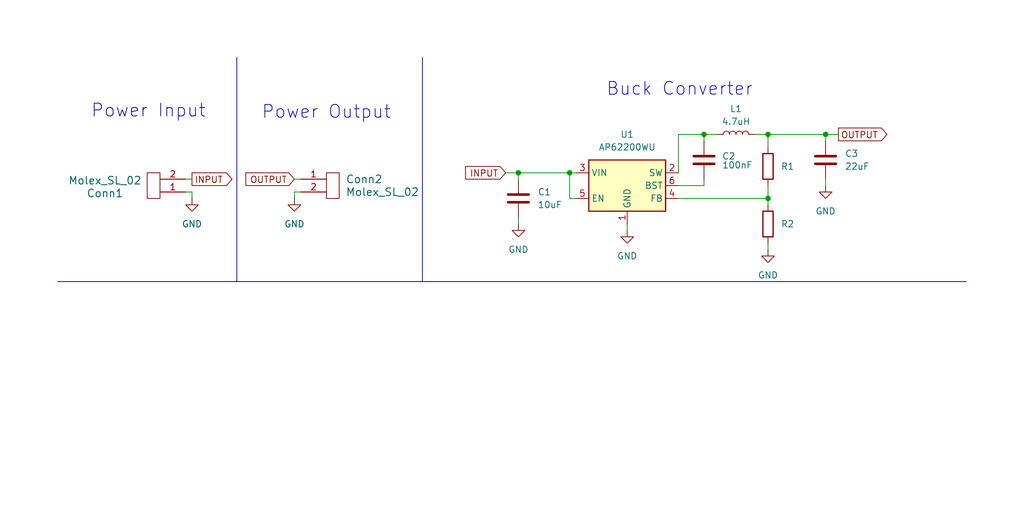
<source format=kicad_sch>
(kicad_sch (version 20231120) (generator "eeschema") (generator_version "8.0")
  (paper "User" 203.2 101.6)
  (lib_symbols
    (symbol "Device:C" (pin_numbers hide) (pin_names (offset 0.254))
      (property "Reference" "C" (at 0.635 2.54 0))
      (property "Value" "C" (at 0.635 -2.54 0))
      (symbol "C_0_1"
        (polyline (pts (xy -2.032 -0.762) (xy 2.032 -0.762)) (stroke (width 0.508)))
        (polyline (pts (xy -2.032 0.762) (xy 2.032 0.762)) (stroke (width 0.508)))
      )
      (symbol "C_1_1"
        (pin passive line (at 0 3.81 270) (length 2.794) (name "~") (number "1"))
        (pin passive line (at 0 -3.81 90) (length 2.794) (name "~") (number "2"))
      )
    )
    (symbol "Device:L" (pin_numbers hide) (pin_names (offset 1.016) hide)
      (property "Reference" "L" (at -1.27 0 90))
      (property "Value" "L" (at 1.905 0 90))
      (symbol "L_0_1"
        (arc (start 0 -2.54) (mid 0.6323 -1.905) (end 0 -1.27))
        (arc (start 0 -1.27) (mid 0.6323 -0.635) (end 0 0))
        (arc (start 0 0) (mid 0.6323 0.635) (end 0 1.27))
        (arc (start 0 1.27) (mid 0.6323 1.905) (end 0 2.54))
      )
      (symbol "L_1_1"
        (pin passive line (at 0 3.81 270) (length 1.27) (name "1") (number "1"))
        (pin passive line (at 0 -3.81 90) (length 1.27) (name "2") (number "2"))
      )
    )
    (symbol "Device:R" (pin_numbers hide) (pin_names (offset 0))
      (property "Reference" "R" (at 2.032 0 90))
      (property "Value" "R" (at 0 0 90))
      (symbol "R_0_1"
        (rectangle (start -1.016 -2.54) (end 1.016 2.54) (stroke (width 0.254)))
      )
      (symbol "R_1_1"
        (pin passive line (at 0 3.81 270) (length 1.27) (name "~") (number "1"))
        (pin passive line (at 0 -3.81 90) (length 1.27) (name "~") (number "2"))
      )
    )
    (symbol "MRDT_Connectors:Molex_SL_02" (pin_names (offset 1.016))
      (property "Reference" "Conn" (at 3.81 -1.27 0))
      (property "Value" "Molex_SL_02" (at 1.27 6.35 0))
      (symbol "Molex_SL_02_0_1"
        (rectangle (start 0 5.08) (end 2.54 0))
      )
      (symbol "Molex_SL_02_1_1"
        (pin input line (at -5.08 3.81 0) (length 5.08) (name "~") (number "1"))
        (pin input line (at -5.08 1.27 0) (length 5.08) (name "~") (number "2"))
      )
    )
    (symbol "Regulator_Switching:AP62250WU"
      (property "Reference" "U" (at -7.62 6.35 0))
      (property "Value" "AP62250WU" (at 6.35 -6.35 0))
      (symbol "AP62250WU_0_1"
        (rectangle (start -7.62 5.08) (end 7.62 -5.08) (stroke (width 0.254)) (fill (type background)))
      )
      (symbol "AP62250WU_1_1"
        (pin power_in line (at 0 -7.62 90) (length 2.54) (name "GND") (number "1"))
        (pin output line (at 10.16 2.54 180) (length 2.54) (name "SW") (number "2"))
        (pin power_in line (at -10.16 2.54 0) (length 2.54) (name "VIN") (number "3"))
        (pin input line (at 10.16 -2.54 180) (length 2.54) (name "FB") (number "4"))
        (pin passive line (at -10.16 -2.54 0) (length 2.54) (name "EN") (number "5"))
        (pin passive line (at 10.16 0 180) (length 2.54) (name "BST") (number "6"))
      )
    )
    (symbol "power:GND" (power) (pin_numbers hide) (pin_names (offset 0) hide)
      (property "Value" "GND" (at 0 -3.81 0))
      (symbol "GND_0_1"
        (polyline (pts (xy 0 0) (xy 0 -1.27) (xy 1.27 -1.27) (xy 0 -2.54) (xy -1.27 -1.27) (xy 0 -1.27)))
      )
      (symbol "GND_1_1"
        (pin power_in line (at 0 0 270) (length 0) (name "~") (number "1"))
      )
    )
  )
  (junction (at 102.87 34.29))
  (junction (at 113.03 34.29))
  (junction (at 152.4 39.37))
  (junction (at 152.4 26.67))
  (junction (at 139.7 26.67))
  (junction (at 163.83 26.67))
  (wire (pts (xy 102.87 43.18) (xy 102.87 44.45)))
  (wire (pts (xy 113.03 34.29) (xy 114.3 34.29)))
  (wire (pts (xy 102.87 34.29) (xy 113.03 34.29)))
  (wire (pts (xy 163.83 27.94) (xy 163.83 26.67)))
  (wire (pts (xy 152.4 29.21) (xy 152.4 26.67)))
  (wire (pts (xy 113.03 39.37) (xy 113.03 34.29)))
  (wire (pts (xy 134.62 36.83) (xy 139.7 36.83)))
  (wire (pts (xy 100.33 34.29) (xy 102.87 34.29)))
  (wire (pts (xy 58.42 38.1) (xy 58.42 39.37)))
  (wire (pts (xy 152.4 36.83) (xy 152.4 39.37)))
  (wire (pts (xy 163.83 26.67) (xy 166.37 26.67)))
  (wire (pts (xy 149.86 26.67) (xy 152.4 26.67)))
  (polyline (pts (xy 11.43 55.88) (xy 83.82 55.88)))
  (wire (pts (xy 134.62 26.67) (xy 134.62 34.29)))
  (polyline (pts (xy 83.82 11.43) (xy 83.82 55.88)))
  (wire (pts (xy 124.46 45.72) (xy 124.46 44.45)))
  (wire (pts (xy 139.7 36.83) (xy 139.7 35.56)))
  (wire (pts (xy 38.1 38.1) (xy 38.1 39.37)))
  (polyline (pts (xy 46.99 11.43) (xy 46.99 55.88)))
  (wire (pts (xy 152.4 26.67) (xy 163.83 26.67)))
  (wire (pts (xy 102.87 35.56) (xy 102.87 34.29)))
  (wire (pts (xy 58.42 35.56) (xy 59.69 35.56)))
  (wire (pts (xy 134.62 39.37) (xy 152.4 39.37)))
  (wire (pts (xy 163.83 36.83) (xy 163.83 35.56)))
  (wire (pts (xy 134.62 26.67) (xy 139.7 26.67)))
  (wire (pts (xy 152.4 39.37) (xy 152.4 40.64)))
  (wire (pts (xy 139.7 26.67) (xy 139.7 27.94)))
  (wire (pts (xy 36.83 38.1) (xy 38.1 38.1)))
  (wire (pts (xy 114.3 39.37) (xy 113.03 39.37)))
  (wire (pts (xy 36.83 35.56) (xy 38.1 35.56)))
  (polyline (pts (xy 83.82 55.88) (xy 191.77 55.88)))
  (wire (pts (xy 152.4 48.26) (xy 152.4 49.53)))
  (wire (pts (xy 139.7 26.67) (xy 142.24 26.67)))
  (wire (pts (xy 59.69 38.1) (xy 58.42 38.1)))
  (text "Buck Converter" (at 134.874 17.78 0) (effects (font (size 2.54 2.54))))
  (text "Power Output" (at 64.77 22.352 0) (effects (font (size 2.54 2.54))))
  (text "Power Input" (at 29.464 22.098 0) (effects (font (size 2.54 2.54))))
  (global_label "INPUT" (shape output) (at 38.1 35.56 0) (property "Intersheetrefs" "${INTERSHEET_REFS}" (effects (hide yes))))
  (global_label "OUTPUT" (shape output) (at 166.37 26.67 0) (property "Intersheetrefs" "${INTERSHEET_REFS}" (effects (hide yes))))
  (global_label "INPUT" (shape input) (at 100.33 34.29 180) (property "Intersheetrefs" "${INTERSHEET_REFS}" (effects (hide yes))))
  (global_label "OUTPUT" (shape input) (at 58.42 35.56 180) (property "Intersheetrefs" "${INTERSHEET_REFS}" (effects (hide yes))))
  (symbol (lib_id "power:GND") (at 152.4 49.53 0) (unit 1)
    (property "Reference" "#PWR03" (effects (hide yes)))
    (property "Value" "GND" (at 152.4 54.61 0))
    (property "Description" "Power symbol creates a global label with name \"GND\" , ground" (effects (hide yes)))
  )
  (symbol (lib_id "power:GND") (at 124.46 45.72 0) (unit 1)
    (property "Reference" "#PWR02" (effects (hide yes)))
    (property "Value" "GND" (at 124.46 50.8 0))
    (property "Description" "Power symbol creates a global label with name \"GND\" , ground" (effects (hide yes)))
  )
  (symbol (lib_id "Device:C") (at 102.87 39.37 0) (unit 1)
    (property "Reference" "C1" (at 106.68 38.0999 0) (effects (justify left)))
    (property "Value" "10uF" (at 106.68 40.6399 0) (effects (justify left)))
    (property "Footprint" "Capacitor_SMD:C_0603_1608Metric_Pad1.08x0.95mm_HandSolder" (effects (hide yes)))
    (property "Description" "Unpolarized capacitor" (effects (hide yes)))
  )
  (symbol (lib_id "Device:R") (at 152.4 44.45 0) (unit 1)
    (property "Reference" "R2" (at 154.94 44.4499 0) (effects (justify left)))
    (property "Value" "R2" (effects (hide yes)))
    (property "Footprint" "Resistor_SMD:R_0603_1608Metric_Pad0.98x0.95mm_HandSolder" (effects (hide yes)))
    (property "Description" "Resistor" (effects (hide yes)))
  )
  (symbol (lib_id "power:GND") (at 163.83 36.83 0) (unit 1)
    (property "Reference" "#PWR04" (effects (hide yes)))
    (property "Value" "GND" (at 163.83 41.91 0))
    (property "Description" "Power symbol creates a global label with name \"GND\" , ground" (effects (hide yes)))
  )
  (symbol (lib_id "Device:C") (at 139.7 31.75 0) (unit 1)
    (property "Reference" "C2" (at 143.256 30.9879 0) (effects (justify left)))
    (property "Value" "100nF" (at 143.256 32.766 0) (effects (justify left)))
    (property "Footprint" "Capacitor_SMD:C_0603_1608Metric_Pad1.08x0.95mm_HandSolder" (effects (hide yes)))
    (property "Description" "Unpolarized capacitor" (effects (hide yes)))
  )
  (symbol (lib_id "MRDT_Connectors:Molex_SL_02") (at 64.77 39.37 0) (unit 1)
    (property "Reference" "Conn2" (at 68.58 35.5599 0) (effects (font (size 1.524 1.524)) (justify left)))
    (property "Value" "Molex_SL_02" (at 68.58 38.0999 0) (effects (font (size 1.524 1.524)) (justify left)))
    (property "Footprint" "MRDT_Connectors:MOLEX_SL_02_Vertical" (effects (hide yes)))
  )
  (symbol (lib_id "power:GND") (at 102.87 44.45 0) (unit 1)
    (property "Reference" "#PWR01" (effects (hide yes)))
    (property "Value" "GND" (at 102.87 49.53 0))
    (property "Description" "Power symbol creates a global label with name \"GND\" , ground" (effects (hide yes)))
  )
  (symbol (lib_id "power:GND") (at 38.1 39.37 0) (unit 1)
    (property "Reference" "#PWR05" (effects (hide yes)))
    (property "Value" "GND" (at 38.1 44.45 0))
    (property "Description" "Power symbol creates a global label with name \"GND\" , ground" (effects (hide yes)))
  )
  (symbol (lib_id "Device:L") (at 146.05 26.67 90) (unit 1)
    (property "Reference" "L1" (at 146.05 21.59 90))
    (property "Value" "4.7uH" (at 146.05 24.13 90))
    (property "Footprint" "Inductor_SMD:L_1008_2520Metric_Pad1.43x2.20mm_HandSolder" (effects (hide yes)))
    (property "Description" "Inductor" (effects (hide yes)))
  )
  (symbol (lib_id "Regulator_Switching:AP62250WU") (at 124.46 36.83 0) (unit 1)
    (property "Reference" "U1" (at 124.46 26.67 0))
    (property "Value" "AP62200WU" (at 124.46 29.21 0))
    (property "Footprint" "Package_TO_SOT_SMD:TSOT-23-6" (effects (hide yes)))
    (property "Datasheet" "https://www.diodes.com/assets/Datasheets/AP62200_AP62201_AP62200T.pdf" (effects (hide yes)))
    (property "Description" "2.5A, 1.3MHz Buck DC/DC Converter, 4.2V-18V input voltage, 0.8V-7V adjustable output voltage, TSOT-23-6" (effects (hide yes)))
  )
  (symbol (lib_id "Device:C") (at 163.83 31.75 0) (unit 1)
    (property "Reference" "C3" (at 167.64 30.4799 0) (effects (justify left)))
    (property "Value" "22uF" (at 167.64 33.0199 0) (effects (justify left)))
    (property "Footprint" "Capacitor_SMD:C_0603_1608Metric_Pad1.08x0.95mm_HandSolder" (effects (hide yes)))
    (property "Description" "Unpolarized capacitor" (effects (hide yes)))
  )
  (symbol (lib_id "Device:R") (at 152.4 33.02 0) (unit 1)
    (property "Reference" "R1" (at 154.94 33.0199 0) (effects (justify left)))
    (property "Value" "R1" (effects (hide yes)))
    (property "Footprint" "Resistor_SMD:R_0603_1608Metric_Pad0.98x0.95mm_HandSolder" (effects (hide yes)))
    (property "Description" "Resistor" (effects (hide yes)))
  )
  (symbol (lib_id "power:GND") (at 58.42 39.37 0) (unit 1)
    (property "Reference" "#PWR06" (effects (hide yes)))
    (property "Value" "GND" (at 58.42 44.45 0))
    (property "Description" "Power symbol creates a global label with name \"GND\" , ground" (effects (hide yes)))
  )
  (symbol (lib_id "MRDT_Connectors:Molex_SL_02") (at 31.75 34.29 180) (unit 1)
    (property "Reference" "Conn1" (at 20.828 38.354 0) (effects (font (size 1.524 1.524))))
    (property "Value" "Molex_SL_02" (at 20.828 35.814 0) (effects (font (size 1.524 1.524))))
    (property "Footprint" "MRDT_Connectors:MOLEX_SL_02_Vertical" (effects (hide yes)))
  )
)
</source>
